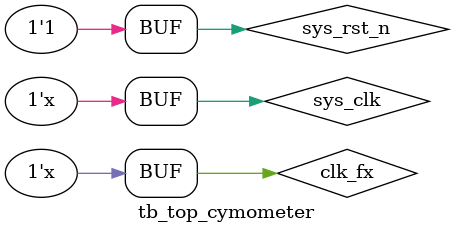
<source format=v>
`timescale 1ns/1ns
module tb_top_cymometer();

// top_cymometer Parameters
parameter   CNT_GATE_MAX = 28'd75_00       ;     // 测频周期时间  
parameter   CNT_GATE_LOW = 28'd12_50       ;     // 闸门为低的时间
parameter   CLK_FS_FREQ  = 28'd100_000_000;
parameter   CNT_TIME_MAX = 28'd80_00       ;     // 测频周期时间
parameter   DIV_N        = 26'd10           ;   // 分频系数
// top_cymometer Inputs
reg             sys_clk;
reg             sys_rst_n;
reg             clk_fx;

// top_cymometer Outputs
wire  clk_out1;
wire  clk_out2;
wire  lcd_hs;
wire  lcd_vs;
wire  lcd_de;
wire  lcd_bl;
wire  lcd_clk;
wire  lcd_rst;

// top_cymometer
wire  [23:0]  lcd_rgb;  

//初始化系统时钟、全局复位
initial begin   
        sys_clk <= 1'b0;
        sys_rst_n <= 1'b0;
        clk_fx <= 1'b0; 
        #40;
        sys_rst_n <= 1'b1;
end

//sys_clk:每10ns电平翻转一次，产生一个50MHz的时钟信号
always #10 sys_clk = ~sys_clk;

//模拟被测时钟
always #100 clk_fx = ~clk_fx;

// inout
assign lcd_rgb = lcd_de ? {24{1'bz}} : 24'h800000;

//top_cymometer
top_cymometer #(

    .CNT_GATE_MAX (CNT_GATE_MAX),
    .CNT_GATE_LOW (CNT_GATE_LOW),
    .CNT_TIME_MAX (CNT_TIME_MAX),
    .CLK_FS_FREQ  (CLK_FS_FREQ ),
    .DIV_N        (DIV_N       )
)
u_top_cymometer(
    .sys_clk      ( sys_clk    ),
    .sys_rst_n    ( sys_rst_n  ),
    .clk_fx       ( clk_fx     ),

    .clk_out1     ( clk_out1   ),
    .clk_out2     ( clk_out2   ),
    .lcd_hs       ( lcd_hs     ),
    .lcd_vs       ( lcd_vs     ),
    .lcd_de       ( lcd_de     ),
    .lcd_bl       ( lcd_bl     ),
    .lcd_clk      ( lcd_clk    ),
    .lcd_rgb      ( lcd_rgb    ),    
    .lcd_rst      ( lcd_rst    )
);

endmodule
</source>
